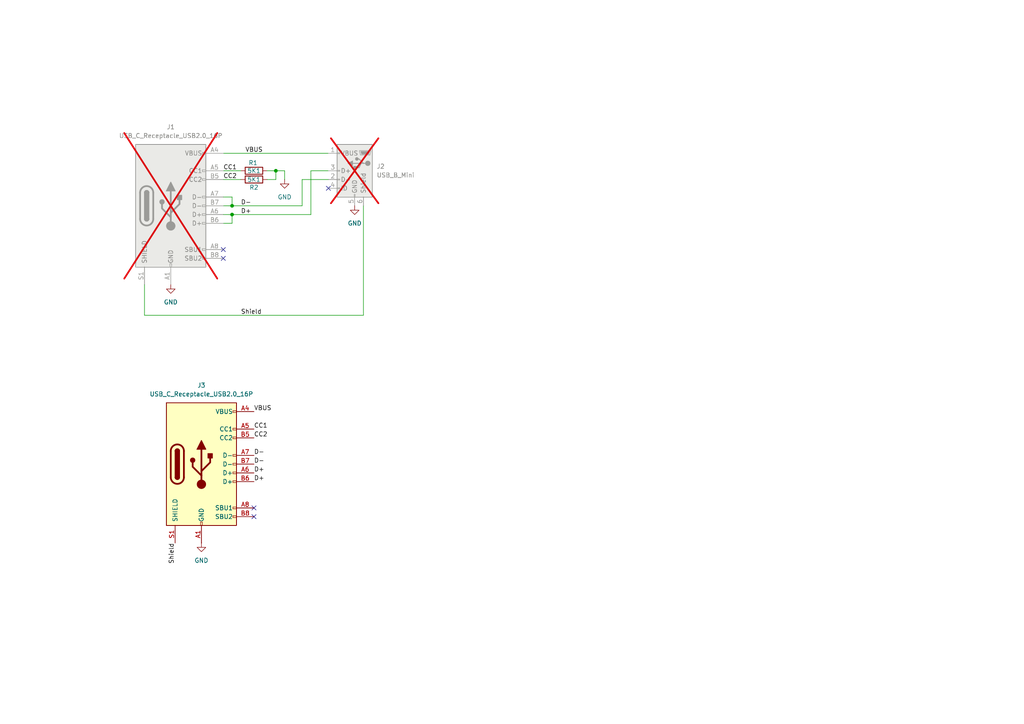
<source format=kicad_sch>
(kicad_sch (version 20250114) (generator "eeschema") (generator_version "9.0")
  (paper "A4")
  (lib_symbols
    (symbol "Connector:USB_B_Mini" (pin_names (offset 1.016))
      (property "Reference" "J" (at -5.08 11.43 0))
      (property "Value" "USB_B_Mini" (at -5.08 8.89 0))
      (symbol "USB_B_Mini_0_1"
        (rectangle (start -5.08 -7.62) (end 5.08 7.62) (stroke (width 0.254)) (fill (type background)))
        (polyline (pts (xy -4.699 5.842) (xy -4.699 5.588) (xy -4.445 4.826) (xy -4.445 4.572) (xy -1.651 4.572) (xy -1.651 4.826) (xy -1.397 5.588) (xy -1.397 5.842) (xy -4.699 5.842)))
        (polyline (pts (xy -4.318 5.588) (xy -1.778 5.588) (xy -2.032 4.826) (xy -4.064 4.826) (xy -4.318 5.588)) (fill (type outline)))
        (circle (center -3.81 2.159) (radius 0.635) (stroke (width 0.254)) (fill (type outline)))
        (polyline (pts (xy -3.175 2.159) (xy -2.54 2.159) (xy -1.27 3.429) (xy -0.635 3.429)) (stroke (width 0.254)))
        (polyline (pts (xy -2.54 2.159) (xy -1.905 2.159) (xy -1.27 0.889) (xy 0 0.889)) (stroke (width 0.254)))
        (polyline (pts (xy -1.905 2.159) (xy 0.635 2.159)) (stroke (width 0.254)))
        (circle (center -0.635 3.429) (radius 0.381) (stroke (width 0.254)) (fill (type outline)))
        (rectangle (start -0.127 -7.62) (end 0.127 -6.858))
        (rectangle (start 0.254 1.27) (end -0.508 0.508) (stroke (width 0.254)) (fill (type outline)))
        (polyline (pts (xy 0.635 2.794) (xy 0.635 1.524) (xy 1.905 2.159) (xy 0.635 2.794)) (stroke (width 0.254)) (fill (type outline)))
        (rectangle (start 5.08 4.953) (end 4.318 5.207))
        (rectangle (start 5.08 -0.127) (end 4.318 0.127))
        (rectangle (start 5.08 -2.667) (end 4.318 -2.413))
        (rectangle (start 5.08 -5.207) (end 4.318 -4.953))
      )
      (symbol "USB_B_Mini_1_1"
        (pin passive line (at -2.54 -10.16 90) (length 2.54) (name "Shield") (number "6"))
        (pin power_out line (at 0 -10.16 90) (length 2.54) (name "GND") (number "5"))
        (pin power_out line (at 7.62 5.08 180) (length 2.54) (name "VBUS") (number "1"))
        (pin bidirectional line (at 7.62 0 180) (length 2.54) (name "D+") (number "3"))
        (pin bidirectional line (at 7.62 -2.54 180) (length 2.54) (name "D-") (number "2"))
        (pin passive line (at 7.62 -5.08 180) (length 2.54) (name "ID") (number "4"))
      )
    )
    (symbol "Connector:USB_C_Receptacle_USB2.0_16P" (pin_names (offset 1.016))
      (property "Reference" "J" (at 0 22.225 0))
      (property "Value" "USB_C_Receptacle_USB2.0_16P" (at 0 19.685 0))
      (symbol "USB_C_Receptacle_USB2.0_16P_0_0"
        (rectangle (start -0.254 -17.78) (end 0.254 -16.764))
        (rectangle (start 10.16 15.494) (end 9.144 14.986))
        (rectangle (start 10.16 10.414) (end 9.144 9.906))
        (rectangle (start 10.16 7.874) (end 9.144 7.366))
        (rectangle (start 10.16 2.794) (end 9.144 2.286))
        (rectangle (start 10.16 0.254) (end 9.144 -0.254))
        (rectangle (start 10.16 -2.286) (end 9.144 -2.794))
        (rectangle (start 10.16 -4.826) (end 9.144 -5.334))
        (rectangle (start 10.16 -12.446) (end 9.144 -12.954))
        (rectangle (start 10.16 -14.986) (end 9.144 -15.494))
      )
      (symbol "USB_C_Receptacle_USB2.0_16P_0_1"
        (rectangle (start -10.16 17.78) (end 10.16 -17.78) (stroke (width 0.254)) (fill (type background)))
        (polyline (pts (xy -8.89 -3.81) (xy -8.89 3.81)) (stroke (width 0.508)))
        (rectangle (start -7.62 -3.81) (end -6.35 3.81) (stroke (width 0.254)) (fill (type outline)))
        (arc (start -7.62 3.81) (mid -6.985 4.4423) (end -6.35 3.81) (stroke (width 0.254)))
        (arc (start -7.62 3.81) (mid -6.985 4.4423) (end -6.35 3.81) (stroke (width 0.254)) (fill (type outline)))
        (arc (start -8.89 3.81) (mid -6.985 5.7067) (end -5.08 3.81) (stroke (width 0.508)))
        (arc (start -5.08 -3.81) (mid -6.985 -5.7067) (end -8.89 -3.81) (stroke (width 0.508)))
        (arc (start -6.35 -3.81) (mid -6.985 -4.4423) (end -7.62 -3.81) (stroke (width 0.254)))
        (arc (start -6.35 -3.81) (mid -6.985 -4.4423) (end -7.62 -3.81) (stroke (width 0.254)) (fill (type outline)))
        (polyline (pts (xy -5.08 3.81) (xy -5.08 -3.81)) (stroke (width 0.508)))
        (circle (center -2.54 1.143) (radius 0.635) (stroke (width 0.254)) (fill (type outline)))
        (polyline (pts (xy -1.27 4.318) (xy 0 6.858) (xy 1.27 4.318) (xy -1.27 4.318)) (stroke (width 0.254)) (fill (type outline)))
        (polyline (pts (xy 0 -2.032) (xy 2.54 0.508) (xy 2.54 1.778)) (stroke (width 0.508)))
        (polyline (pts (xy 0 -3.302) (xy -2.54 -0.762) (xy -2.54 0.508)) (stroke (width 0.508)))
        (polyline (pts (xy 0 -5.842) (xy 0 4.318)) (stroke (width 0.508)))
        (circle (center 0 -5.842) (radius 1.27) (fill (type outline)))
        (rectangle (start 1.905 1.778) (end 3.175 3.048) (stroke (width 0.254)) (fill (type outline)))
      )
      (symbol "USB_C_Receptacle_USB2.0_16P_1_1"
        (pin passive line (at -7.62 -22.86 90) (length 5.08) (name "SHIELD") (number "S1"))
        (pin passive line (at 0 -22.86 90) (length 5.08) (name "GND") (number "A1"))
        (pin passive line (at 0 -22.86 90) (length 5.08) (hide yes) (name "GND") (number "A12"))
        (pin passive line (at 0 -22.86 90) (length 5.08) (hide yes) (name "GND") (number "B1"))
        (pin passive line (at 0 -22.86 90) (length 5.08) (hide yes) (name "GND") (number "B12"))
        (pin passive line (at 15.24 15.24 180) (length 5.08) (name "VBUS") (number "A4"))
        (pin passive line (at 15.24 15.24 180) (length 5.08) (hide yes) (name "VBUS") (number "A9"))
        (pin passive line (at 15.24 15.24 180) (length 5.08) (hide yes) (name "VBUS") (number "B4"))
        (pin passive line (at 15.24 15.24 180) (length 5.08) (hide yes) (name "VBUS") (number "B9"))
        (pin bidirectional line (at 15.24 10.16 180) (length 5.08) (name "CC1") (number "A5"))
        (pin bidirectional line (at 15.24 7.62 180) (length 5.08) (name "CC2") (number "B5"))
        (pin bidirectional line (at 15.24 2.54 180) (length 5.08) (name "D-") (number "A7"))
        (pin bidirectional line (at 15.24 0 180) (length 5.08) (name "D-") (number "B7"))
        (pin bidirectional line (at 15.24 -2.54 180) (length 5.08) (name "D+") (number "A6"))
        (pin bidirectional line (at 15.24 -5.08 180) (length 5.08) (name "D+") (number "B6"))
        (pin bidirectional line (at 15.24 -12.7 180) (length 5.08) (name "SBU1") (number "A8"))
        (pin bidirectional line (at 15.24 -15.24 180) (length 5.08) (name "SBU2") (number "B8"))
      )
    )
    (symbol "Device:R" (pin_numbers (hide yes)) (pin_names (offset 0))
      (property "Reference" "R" (at 2.032 0 90))
      (property "Value" "R" (at 0 0 90))
      (symbol "R_0_1"
        (rectangle (start -1.016 -2.54) (end 1.016 2.54) (stroke (width 0.254)))
      )
      (symbol "R_1_1"
        (pin passive line (at 0 3.81 270) (length 1.27) (name "~") (number "1"))
        (pin passive line (at 0 -3.81 90) (length 1.27) (name "~") (number "2"))
      )
    )
    (symbol "power:GND" (power) (pin_numbers (hide yes)) (pin_names (offset 0) (hide yes))
      (property "Value" "GND" (at 0 -3.81 0))
      (symbol "GND_0_1"
        (polyline (pts (xy 0 0) (xy 0 -1.27) (xy 1.27 -1.27) (xy 0 -2.54) (xy -1.27 -1.27) (xy 0 -1.27)))
      )
      (symbol "GND_1_1"
        (pin power_in line (at 0 0 270) (length 0) (name "~") (number "1"))
      )
    )
  )
  (junction (at 80.01 49.53))
  (junction (at 67.31 59.69))
  (junction (at 67.31 62.23))
  (no_connect (at 73.66 149.86))
  (no_connect (at 95.25 54.61))
  (no_connect (at 73.66 147.32))
  (no_connect (at 64.77 74.93))
  (no_connect (at 64.77 72.39))
  (wire (pts (xy 64.77 57.15) (xy 67.31 57.15)))
  (wire (pts (xy 67.31 57.15) (xy 67.31 59.69)))
  (wire (pts (xy 90.17 49.53) (xy 95.25 49.53)))
  (wire (pts (xy 67.31 59.69) (xy 64.77 59.69)))
  (wire (pts (xy 82.55 52.07) (xy 82.55 49.53)))
  (wire (pts (xy 87.63 52.07) (xy 87.63 59.69)))
  (wire (pts (xy 90.17 62.23) (xy 90.17 49.53)))
  (wire (pts (xy 64.77 52.07) (xy 69.85 52.07)))
  (wire (pts (xy 64.77 44.45) (xy 95.25 44.45)))
  (wire (pts (xy 77.47 49.53) (xy 80.01 49.53)))
  (wire (pts (xy 77.47 52.07) (xy 80.01 52.07)))
  (wire (pts (xy 67.31 59.69) (xy 87.63 59.69)))
  (wire (pts (xy 67.31 64.77) (xy 64.77 64.77)))
  (wire (pts (xy 82.55 49.53) (xy 80.01 49.53)))
  (wire (pts (xy 64.77 62.23) (xy 67.31 62.23)))
  (wire (pts (xy 41.91 82.55) (xy 41.91 91.44)))
  (wire (pts (xy 95.25 52.07) (xy 87.63 52.07)))
  (wire (pts (xy 67.31 62.23) (xy 90.17 62.23)))
  (wire (pts (xy 41.91 91.44) (xy 105.41 91.44)))
  (wire (pts (xy 105.41 59.69) (xy 105.41 91.44)))
  (wire (pts (xy 80.01 49.53) (xy 80.01 52.07)))
  (wire (pts (xy 67.31 62.23) (xy 67.31 64.77)))
  (wire (pts (xy 64.77 49.53) (xy 69.85 49.53)))
  (label "VBUS" (at 73.66 119.38 0))
  (label "CC2" (at 64.77 52.07 0))
  (label "Shield" (at 50.8 157.48 270))
  (label "VBUS" (at 71.12 44.45 0))
  (label "D-" (at 73.66 132.08 0))
  (label "D-" (at 73.66 134.62 0))
  (label "CC1" (at 64.77 49.53 0))
  (label "D+" (at 73.66 137.16 0))
  (label "CC2" (at 73.66 127 0))
  (label "Shield" (at 69.85 91.44 0))
  (label "D-" (at 69.85 59.69 0))
  (label "D+" (at 69.85 62.23 0))
  (label "D+" (at 73.66 139.7 0))
  (label "CC1" (at 73.66 124.46 0))
  (symbol (lib_id "power:GND") (at 58.42 157.48 0) (unit 1)
    (property "Reference" "#PWR04" (effects (hide yes)))
    (property "Value" "GND" (at 58.42 162.56 0))
    (property "Description" "Power symbol creates a global label with name \"GND\" , ground" (effects (hide yes)))
  )
  (symbol (lib_id "power:GND") (at 82.55 52.07 0) (unit 1)
    (property "Reference" "#PWR01" (effects (hide yes)))
    (property "Value" "GND" (at 82.55 57.15 0))
    (property "Description" "Power symbol creates a global label with name \"GND\" , ground" (effects (hide yes)))
  )
  (symbol (lib_id "Device:R") (at 73.66 49.53 90) (unit 1)
    (property "Reference" "R1" (at 73.406 47.244 90))
    (property "Value" "5K1" (at 73.66 49.53 90))
    (property "Footprint" "Resistor_SMD:R_0603_1608Metric" (effects (hide yes)))
    (property "Description" "Resistor" (effects (hide yes)))
  )
  (symbol (lib_id "Connector:USB_B_Mini") (at 102.87 49.53 0) (mirror y) (unit 1) (dnp yes)
    (property "Reference" "J2" (at 109.22 48.2599 0) (effects (justify right)))
    (property "Value" "USB_B_Mini" (at 109.22 50.7999 0) (effects (justify right)))
    (property "Footprint" "Connector_USB:USB_Mini-B_Lumberg_2486_01_Horizontal" (effects (hide yes)))
    (property "Description" "USB Mini Type B connector" (effects (hide yes)))
  )
  (symbol (lib_id "Connector:USB_C_Receptacle_USB2.0_16P") (at 58.42 134.62 0) (unit 1)
    (property "Reference" "J3" (at 58.42 111.76 0))
    (property "Value" "USB_C_Receptacle_USB2.0_16P" (at 58.42 114.3 0))
    (property "Footprint" "Connector_USB:USB_C_Receptacle_GCT_USB4105-xx-A_16P_TopMnt_Horizontal" (effects (hide yes)))
    (property "Datasheet" "https://www.usb.org/sites/default/files/documents/usb_type-c.zip" (effects (hide yes)))
    (property "Description" "USB 2.0-only 16P Type-C Receptacle connector" (effects (hide yes)))
  )
  (symbol (lib_id "power:GND") (at 49.53 82.55 0) (unit 1)
    (property "Reference" "#PWR03" (effects (hide yes)))
    (property "Value" "GND" (at 49.53 87.63 0))
    (property "Description" "Power symbol creates a global label with name \"GND\" , ground" (effects (hide yes)))
  )
  (symbol (lib_id "Connector:USB_C_Receptacle_USB2.0_16P") (at 49.53 59.69 0) (unit 1) (dnp yes)
    (property "Reference" "J1" (at 49.53 36.83 0))
    (property "Value" "USB_C_Receptacle_USB2.0_16P" (at 49.53 39.37 0))
    (property "Footprint" "Connector_USB:USB_C_Receptacle_GCT_USB4110" (effects (hide yes)))
    (property "Datasheet" "https://www.usb.org/sites/default/files/documents/usb_type-c.zip" (effects (hide yes)))
    (property "Description" "USB 2.0-only 16P Type-C Receptacle connector" (effects (hide yes)))
  )
  (symbol (lib_id "power:GND") (at 102.87 59.69 0) (unit 1)
    (property "Reference" "#PWR02" (effects (hide yes)))
    (property "Value" "GND" (at 102.87 64.77 0))
    (property "Description" "Power symbol creates a global label with name \"GND\" , ground" (effects (hide yes)))
  )
  (symbol (lib_id "Device:R") (at 73.66 52.07 90) (unit 1)
    (property "Reference" "R2" (at 73.66 54.356 90))
    (property "Value" "5K1" (at 73.66 52.07 90))
    (property "Footprint" "Resistor_SMD:R_0603_1608Metric" (effects (hide yes)))
    (property "Description" "Resistor" (effects (hide yes)))
  )
)
</source>
